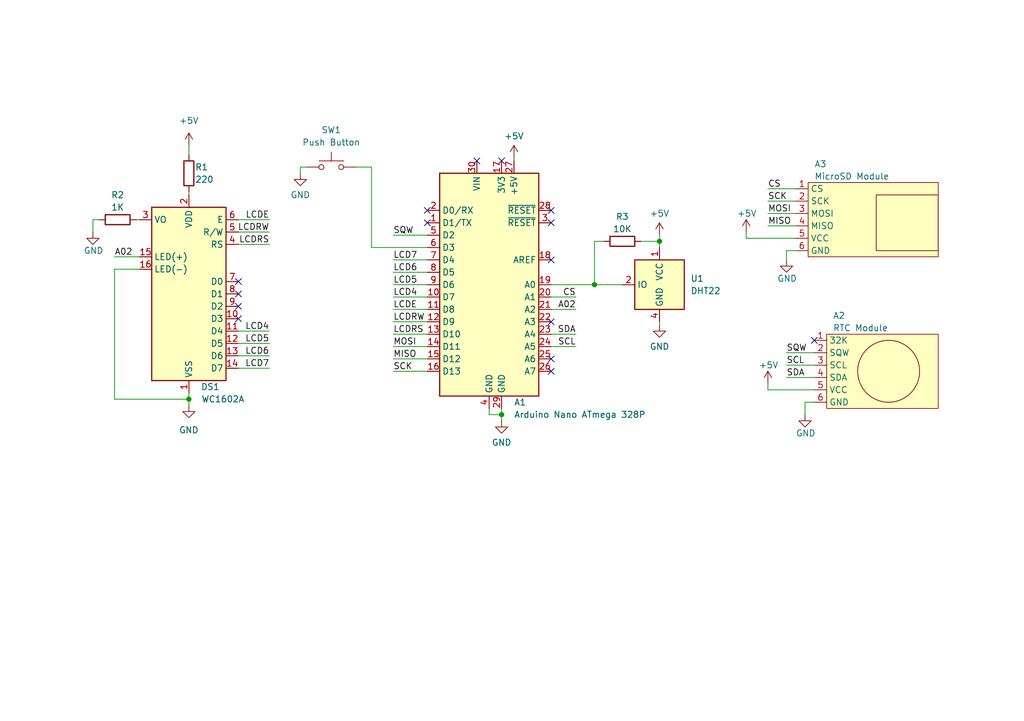
<source format=kicad_sch>
(kicad_sch (version 20230121) (generator eeschema)
  (paper "A5")
  (title_block (title "Prototipo datalogger con Arduino") (date "2023-12-02") (rev "0.1") (company "Lab. Biología de los Artrópodos - FaCENA - UNNE") (comment 1 "Autor/es: Lucas J. Mina, Dario D. Larrea y Miryam P. Damborsky"))
  (lib_symbols
    (symbol "Custom_Modules:MicroSD_Module"
      (property "Reference" "A" (at 3.81 2.54 0))
      (property "Value" "MicroSD Module" (at 21.59 2.54 0))
      (symbol "MicroSD_Module_0_0"
        (pin bidirectional line (at 0 0 0) (length 2.54) (name "CS") (number "1"))
        (pin bidirectional line (at 0 -2.54 0) (length 2.54) (name "SCK") (number "2"))
        (pin bidirectional line (at 0 -5.08 0) (length 2.54) (name "MOSI") (number "3"))
        (pin bidirectional line (at 0 -7.62 0) (length 2.54) (name "MISO") (number "4"))
        (pin power_in line (at 0 -10.16 0) (length 2.54) (name "VCC") (number "5"))
        (pin power_in line (at 0 -12.7 0) (length 2.54) (name "GND") (number "6"))
      )
      (symbol "MicroSD_Module_0_1"
        (rectangle (start 16.51 -1.27) (end 29.21 -12.7))
      )
      (symbol "MicroSD_Module_1_1"
        (rectangle (start 2.54 1.27) (end 29.21 -13.97) (fill (type background)))
      )
    )
    (symbol "Custom_Modules:RTCDS3231"
      (property "Reference" "A" (at 3.81 2.54 0))
      (property "Value" "RTC Module" (at 19.05 2.54 0))
      (symbol "RTCDS3231_0_0"
        (pin output line (at 0 0 0) (length 2.54) (name "32K") (number "1"))
        (pin output line (at 0 -2.54 0) (length 2.54) (name "SQW") (number "2"))
        (pin bidirectional line (at 0 -5.08 0) (length 2.54) (name "SCL") (number "3"))
        (pin bidirectional line (at 0 -7.62 0) (length 2.54) (name "SDA") (number "4"))
        (pin power_in line (at 0 -10.16 0) (length 2.54) (name "VCC") (number "5"))
        (pin power_in line (at 0 -12.7 0) (length 2.54) (name "GND") (number "6"))
      )
      (symbol "RTCDS3231_0_1"
        (circle (center 15.24 -6.35) (radius 6.35))
      )
      (symbol "RTCDS3231_1_1"
        (rectangle (start 2.54 1.27) (end 25.4 -13.97) (fill (type background)))
      )
    )
    (symbol "Device:R" (pin_numbers hide) (pin_names (offset 0))
      (property "Reference" "R" (at 2.032 0 90))
      (property "Value" "R" (at 0 0 90))
      (symbol "R_0_1"
        (rectangle (start -1.016 -2.54) (end 1.016 2.54) (stroke (width 0.254)))
      )
      (symbol "R_1_1"
        (pin passive line (at 0 3.81 270) (length 1.27) (name "~") (number "1"))
        (pin passive line (at 0 -3.81 90) (length 1.27) (name "~") (number "2"))
      )
    )
    (symbol "Display_Character:WC1602A"
      (property "Reference" "DS" (at -5.842 19.05 0))
      (property "Value" "WC1602A" (at 5.334 19.05 0))
      (symbol "WC1602A_1_1"
        (rectangle (start -7.62 17.78) (end 7.62 -17.78) (stroke (width 0.254)) (fill (type background)))
        (pin power_in line (at 0 -20.32 90) (length 2.54) (name "VSS") (number "1"))
        (pin input line (at -10.16 -5.08 0) (length 2.54) (name "D3") (number "10"))
        (pin input line (at -10.16 -7.62 0) (length 2.54) (name "D4") (number "11"))
        (pin input line (at -10.16 -10.16 0) (length 2.54) (name "D5") (number "12"))
        (pin input line (at -10.16 -12.7 0) (length 2.54) (name "D6") (number "13"))
        (pin input line (at -10.16 -15.24 0) (length 2.54) (name "D7") (number "14"))
        (pin power_in line (at 10.16 7.62 180) (length 2.54) (name "LED(+)") (number "15"))
        (pin power_in line (at 10.16 5.08 180) (length 2.54) (name "LED(-)") (number "16"))
        (pin power_in line (at 0 20.32 270) (length 2.54) (name "VDD") (number "2"))
        (pin input line (at 10.16 15.24 180) (length 2.54) (name "VO") (number "3"))
        (pin input line (at -10.16 10.16 0) (length 2.54) (name "RS") (number "4"))
        (pin input line (at -10.16 12.7 0) (length 2.54) (name "R/W") (number "5"))
        (pin input line (at -10.16 15.24 0) (length 2.54) (name "E") (number "6"))
        (pin input line (at -10.16 2.54 0) (length 2.54) (name "D0") (number "7"))
        (pin input line (at -10.16 0 0) (length 2.54) (name "D1") (number "8"))
        (pin input line (at -10.16 -2.54 0) (length 2.54) (name "D2") (number "9"))
      )
    )
    (symbol "MCU_Module:Arduino_Nano_v3.x"
      (property "Reference" "A" (at -10.16 23.495 0))
      (property "Value" "Arduino_Nano_v3.x" (at 5.08 -24.13 0))
      (symbol "Arduino_Nano_v3.x_0_1"
        (rectangle (start -10.16 22.86) (end 10.16 -22.86) (stroke (width 0.254)) (fill (type background)))
      )
      (symbol "Arduino_Nano_v3.x_1_1"
        (pin bidirectional line (at -12.7 12.7 0) (length 2.54) (name "D1/TX") (number "1"))
        (pin bidirectional line (at -12.7 -2.54 0) (length 2.54) (name "D7") (number "10"))
        (pin bidirectional line (at -12.7 -5.08 0) (length 2.54) (name "D8") (number "11"))
        (pin bidirectional line (at -12.7 -7.62 0) (length 2.54) (name "D9") (number "12"))
        (pin bidirectional line (at -12.7 -10.16 0) (length 2.54) (name "D10") (number "13"))
        (pin bidirectional line (at -12.7 -12.7 0) (length 2.54) (name "D11") (number "14"))
        (pin bidirectional line (at -12.7 -15.24 0) (length 2.54) (name "D12") (number "15"))
        (pin bidirectional line (at -12.7 -17.78 0) (length 2.54) (name "D13") (number "16"))
        (pin power_out line (at 2.54 25.4 270) (length 2.54) (name "3V3") (number "17"))
        (pin input line (at 12.7 5.08 180) (length 2.54) (name "AREF") (number "18"))
        (pin bidirectional line (at 12.7 0 180) (length 2.54) (name "A0") (number "19"))
        (pin bidirectional line (at -12.7 15.24 0) (length 2.54) (name "D0/RX") (number "2"))
        (pin bidirectional line (at 12.7 -2.54 180) (length 2.54) (name "A1") (number "20"))
        (pin bidirectional line (at 12.7 -5.08 180) (length 2.54) (name "A2") (number "21"))
        (pin bidirectional line (at 12.7 -7.62 180) (length 2.54) (name "A3") (number "22"))
        (pin bidirectional line (at 12.7 -10.16 180) (length 2.54) (name "A4") (number "23"))
        (pin bidirectional line (at 12.7 -12.7 180) (length 2.54) (name "A5") (number "24"))
        (pin bidirectional line (at 12.7 -15.24 180) (length 2.54) (name "A6") (number "25"))
        (pin bidirectional line (at 12.7 -17.78 180) (length 2.54) (name "A7") (number "26"))
        (pin power_out line (at 5.08 25.4 270) (length 2.54) (name "+5V") (number "27"))
        (pin input line (at 12.7 15.24 180) (length 2.54) (name "~{RESET}") (number "28"))
        (pin power_in line (at 2.54 -25.4 90) (length 2.54) (name "GND") (number "29"))
        (pin input line (at 12.7 12.7 180) (length 2.54) (name "~{RESET}") (number "3"))
        (pin power_in line (at -2.54 25.4 270) (length 2.54) (name "VIN") (number "30"))
        (pin power_in line (at 0 -25.4 90) (length 2.54) (name "GND") (number "4"))
        (pin bidirectional line (at -12.7 10.16 0) (length 2.54) (name "D2") (number "5"))
        (pin bidirectional line (at -12.7 7.62 0) (length 2.54) (name "D3") (number "6"))
        (pin bidirectional line (at -12.7 5.08 0) (length 2.54) (name "D4") (number "7"))
        (pin bidirectional line (at -12.7 2.54 0) (length 2.54) (name "D5") (number "8"))
        (pin bidirectional line (at -12.7 0 0) (length 2.54) (name "D6") (number "9"))
      )
    )
    (symbol "Sensor:DHT11"
      (property "Reference" "U" (at -3.81 6.35 0))
      (property "Value" "DHT11" (at 3.81 6.35 0))
      (symbol "DHT11_0_1"
        (rectangle (start -5.08 5.08) (end 5.08 -5.08) (stroke (width 0.254)) (fill (type background)))
      )
      (symbol "DHT11_1_1"
        (pin power_in line (at 0 7.62 270) (length 2.54) (name "VCC") (number "1"))
        (pin bidirectional line (at 7.62 0 180) (length 2.54) (name "IO") (number "2"))
        (pin no_connect line (at -5.08 0 0) (length 2.54) hide (name "NC") (number "3"))
        (pin power_in line (at 0 -7.62 90) (length 2.54) (name "GND") (number "4"))
      )
    )
    (symbol "Switch:SW_Push" (pin_numbers hide) (pin_names (offset 1.016) hide)
      (property "Reference" "SW" (at 1.27 2.54 0))
      (property "Value" "SW_Push" (at 0 -1.524 0))
      (symbol "SW_Push_0_1"
        (circle (center -2.032 0) (radius 0.508))
        (polyline (pts (xy 0 1.27) (xy 0 3.048)))
        (polyline (pts (xy 2.54 1.27) (xy -2.54 1.27)))
        (circle (center 2.032 0) (radius 0.508))
        (pin passive line (at -5.08 0 0) (length 2.54) (name "1") (number "1"))
        (pin passive line (at 5.08 0 180) (length 2.54) (name "2") (number "2"))
      )
    )
    (symbol "power:+5V" (power) (pin_names (offset 0))
      (property "Value" "+5V" (at 0 3.556 0))
      (symbol "+5V_0_1"
        (polyline (pts (xy -0.762 1.27) (xy 0 2.54)))
        (polyline (pts (xy 0 0) (xy 0 2.54)))
        (polyline (pts (xy 0 2.54) (xy 0.762 1.27)))
      )
      (symbol "+5V_1_1"
        (pin power_in line (at 0 0 90) (length 0) hide (name "+5V") (number "1"))
      )
    )
    (symbol "power:GND" (power) (pin_names (offset 0))
      (property "Value" "GND" (at 0 -3.81 0))
      (symbol "GND_0_1"
        (polyline (pts (xy 0 0) (xy 0 -1.27) (xy 1.27 -1.27) (xy 0 -2.54) (xy -1.27 -1.27) (xy 0 -1.27)))
      )
      (symbol "GND_1_1"
        (pin power_in line (at 0 0 270) (length 0) hide (name "GND") (number "1"))
      )
    )
  )
  (junction (at 121.92 58.42))
  (junction (at 38.735 81.915))
  (junction (at 102.87 85.09))
  (junction (at 135.255 49.53))
  (no_connect (at 48.895 60.325))
  (no_connect (at 113.03 53.34))
  (no_connect (at 87.63 45.72))
  (no_connect (at 48.895 65.405))
  (no_connect (at 113.03 45.72))
  (no_connect (at 48.895 62.865))
  (no_connect (at 113.03 43.18))
  (no_connect (at 113.03 76.2))
  (no_connect (at 167.005 69.85))
  (no_connect (at 113.03 73.66))
  (no_connect (at 48.895 57.785))
  (no_connect (at 87.63 43.18))
  (no_connect (at 97.79 33.02))
  (no_connect (at 113.03 66.04))
  (no_connect (at 102.87 33.02))
  (wire (pts (xy 48.895 47.625) (xy 55.245 47.625)))
  (wire (pts (xy 157.48 43.815) (xy 163.195 43.815)))
  (wire (pts (xy 161.29 74.93) (xy 167.005 74.93)))
  (wire (pts (xy 23.495 52.705) (xy 28.575 52.705)))
  (wire (pts (xy 80.645 71.12) (xy 87.63 71.12)))
  (wire (pts (xy 157.48 38.735) (xy 163.195 38.735)))
  (wire (pts (xy 113.03 63.5) (xy 118.11 63.5)))
  (wire (pts (xy 38.735 39.37) (xy 38.735 40.005)))
  (wire (pts (xy 61.595 34.29) (xy 62.865 34.29)))
  (wire (pts (xy 76.2 50.8) (xy 76.2 34.29)))
  (wire (pts (xy 19.05 45.085) (xy 20.32 45.085)))
  (wire (pts (xy 48.895 67.945) (xy 55.245 67.945)))
  (wire (pts (xy 80.645 66.04) (xy 87.63 66.04)))
  (wire (pts (xy 135.255 49.53) (xy 135.255 50.8)))
  (wire (pts (xy 165.1 82.55) (xy 167.005 82.55)))
  (wire (pts (xy 157.48 46.355) (xy 163.195 46.355)))
  (wire (pts (xy 80.645 63.5) (xy 87.63 63.5)))
  (wire (pts (xy 27.94 45.085) (xy 28.575 45.085)))
  (wire (pts (xy 80.645 73.66) (xy 87.63 73.66)))
  (wire (pts (xy 161.29 53.34) (xy 161.29 51.435)))
  (wire (pts (xy 48.895 75.565) (xy 55.245 75.565)))
  (wire (pts (xy 80.645 53.34) (xy 87.63 53.34)))
  (wire (pts (xy 121.92 49.53) (xy 123.825 49.53)))
  (wire (pts (xy 153.035 47.625) (xy 153.035 48.895)))
  (wire (pts (xy 80.645 58.42) (xy 87.63 58.42)))
  (wire (pts (xy 48.895 45.085) (xy 55.245 45.085)))
  (wire (pts (xy 38.735 83.185) (xy 38.735 81.915)))
  (wire (pts (xy 87.63 50.8) (xy 76.2 50.8)))
  (wire (pts (xy 157.48 41.275) (xy 163.195 41.275)))
  (wire (pts (xy 80.645 68.58) (xy 87.63 68.58)))
  (wire (pts (xy 131.445 49.53) (xy 135.255 49.53)))
  (wire (pts (xy 19.05 47.625) (xy 19.05 45.085)))
  (wire (pts (xy 161.29 51.435) (xy 163.195 51.435)))
  (wire (pts (xy 161.29 77.47) (xy 167.005 77.47)))
  (wire (pts (xy 121.92 58.42) (xy 127.635 58.42)))
  (wire (pts (xy 80.645 76.2) (xy 87.63 76.2)))
  (wire (pts (xy 48.895 70.485) (xy 55.245 70.485)))
  (wire (pts (xy 105.41 32.385) (xy 105.41 33.02)))
  (wire (pts (xy 135.255 66.675) (xy 135.255 66.04)))
  (wire (pts (xy 28.575 55.245) (xy 23.495 55.245)))
  (wire (pts (xy 38.735 81.915) (xy 38.735 80.645)))
  (wire (pts (xy 23.495 55.245) (xy 23.495 81.915)))
  (wire (pts (xy 135.255 48.26) (xy 135.255 49.53)))
  (wire (pts (xy 102.87 86.36) (xy 102.87 85.09)))
  (wire (pts (xy 100.33 83.82) (xy 100.33 85.09)))
  (wire (pts (xy 23.495 81.915) (xy 38.735 81.915)))
  (wire (pts (xy 161.29 72.39) (xy 167.005 72.39)))
  (wire (pts (xy 80.645 48.26) (xy 87.63 48.26)))
  (wire (pts (xy 157.48 80.01) (xy 167.005 80.01)))
  (wire (pts (xy 113.03 58.42) (xy 121.92 58.42)))
  (wire (pts (xy 80.645 55.88) (xy 87.63 55.88)))
  (wire (pts (xy 48.895 50.165) (xy 55.245 50.165)))
  (wire (pts (xy 48.895 73.025) (xy 55.245 73.025)))
  (wire (pts (xy 153.035 48.895) (xy 163.195 48.895)))
  (wire (pts (xy 113.03 71.12) (xy 118.11 71.12)))
  (wire (pts (xy 38.735 29.845) (xy 38.735 31.75)))
  (wire (pts (xy 76.2 34.29) (xy 73.025 34.29)))
  (wire (pts (xy 157.48 80.01) (xy 157.48 78.74)))
  (wire (pts (xy 61.595 35.56) (xy 61.595 34.29)))
  (wire (pts (xy 121.92 49.53) (xy 121.92 58.42)))
  (wire (pts (xy 113.03 60.96) (xy 118.11 60.96)))
  (wire (pts (xy 80.645 60.96) (xy 87.63 60.96)))
  (wire (pts (xy 100.33 85.09) (xy 102.87 85.09)))
  (wire (pts (xy 165.1 85.09) (xy 165.1 82.55)))
  (wire (pts (xy 113.03 68.58) (xy 118.11 68.58)))
  (wire (pts (xy 102.87 85.09) (xy 102.87 83.82)))
  (label "SCK" (at 80.645 76.2 0))
  (label "LCD6" (at 80.645 55.88 0))
  (label "MOSI" (at 157.48 43.815 0))
  (label "CS" (at 157.48 38.735 0))
  (label "SCK" (at 157.48 41.275 0))
  (label "LCD5" (at 55.245 70.485 180))
  (label "LCD7" (at 80.645 53.34 0))
  (label "LCD4" (at 55.245 67.945 180))
  (label "SCL" (at 118.11 71.12 180))
  (label "LCDE" (at 55.245 45.085 180))
  (label "LCDE" (at 80.645 63.5 0))
  (label "LCDRS" (at 55.245 50.165 180))
  (label "SCL" (at 161.29 74.93 0))
  (label "A02" (at 118.11 63.5 180))
  (label "MISO" (at 157.48 46.355 0))
  (label "A02" (at 23.495 52.705 0))
  (label "MISO" (at 80.645 73.66 0))
  (label "LCD6" (at 55.245 73.025 180))
  (label "LCDRS" (at 80.645 68.58 0))
  (label "MOSI" (at 80.645 71.12 0))
  (label "LCD4" (at 80.645 60.96 0))
  (label "LCDRW" (at 55.245 47.625 180))
  (label "CS" (at 118.11 60.96 180))
  (label "SDA" (at 161.29 77.47 0))
  (label "SQW" (at 80.645 48.26 0))
  (label "LCDRW" (at 80.645 66.04 0))
  (label "SDA" (at 118.11 68.58 180))
  (label "LCD7" (at 55.245 75.565 180))
  (label "LCD5" (at 80.645 58.42 0))
  (label "SQW" (at 161.29 72.39 0))
  (symbol (lib_id "power:GND") (at 61.595 35.56 0) (unit 1)
    (property "Reference" "#PWR05" (effects hide))
    (property "Value" "GND" (at 61.595 40.005 0))
  )
  (symbol (lib_id "MCU_Module:Arduino_Nano_v3.x") (at 100.33 58.42 0) (unit 1)
    (property "Reference" "A1" (at 105.41 82.55 0) (effects (justify left)))
    (property "Value" "Arduino Nano ATmega 328P" (at 105.41 85.09 0) (effects (justify left)))
    (property "Footprint" "Module:Arduino_Nano" (effects hide))
    (property "Datasheet" "http://www.mouser.com/pdfdocs/Gravitech_Arduino_Nano3_0.pdf" (effects hide))
  )
  (symbol (lib_id "power:GND") (at 19.05 47.625 0) (unit 1)
    (property "Reference" "#PWR012" (effects hide))
    (property "Value" "GND" (at 17.145 51.435 0) (effects (justify left)))
  )
  (symbol (lib_id "Device:R") (at 24.13 45.085 90) (unit 1)
    (property "Reference" "R2" (at 24.13 40.005 90))
    (property "Value" "1K" (at 24.13 42.545 90))
    (property "Footprint" "Resistor_THT:R_Axial_DIN0207_L6.3mm_D2.5mm_P7.62mm_Horizontal" (effects hide))
  )
  (symbol (lib_id "power:+5V") (at 157.48 78.74 0) (unit 1)
    (property "Reference" "#PWR010" (effects hide))
    (property "Value" "+5V" (at 155.575 74.93 0) (effects (justify left)))
  )
  (symbol (lib_id "power:GND") (at 102.87 86.36 0) (unit 1)
    (property "Reference" "#PWR02" (effects hide))
    (property "Value" "GND" (at 102.87 90.805 0))
  )
  (symbol (lib_id "power:GND") (at 165.1 85.09 0) (unit 1)
    (property "Reference" "#PWR011" (effects hide))
    (property "Value" "GND" (at 163.195 88.9 0) (effects (justify left)))
  )
  (symbol (lib_id "power:+5V") (at 105.41 32.385 0) (unit 1)
    (property "Reference" "#PWR01" (effects hide))
    (property "Value" "+5V" (at 105.41 27.94 0))
  )
  (symbol (lib_id "Device:R") (at 38.735 35.56 0) (unit 1)
    (property "Reference" "R1" (at 40.005 34.29 0) (effects (justify left)))
    (property "Value" "220" (at 40.005 36.83 0) (effects (justify left)))
    (property "Footprint" "Resistor_THT:R_Axial_DIN0207_L6.3mm_D2.5mm_P7.62mm_Horizontal" (effects hide))
  )
  (symbol (lib_id "power:GND") (at 135.255 66.675 0) (mirror y) (unit 1)
    (property "Reference" "#PWR07" (effects hide))
    (property "Value" "GND" (at 135.255 71.12 0))
  )
  (symbol (lib_id "Sensor:DHT11") (at 135.255 58.42 0) (mirror y) (unit 1) (on_board no)
    (property "Reference" "U1" (at 141.605 57.15 0) (effects (justify right)))
    (property "Value" "DHT22" (at 141.605 59.69 0) (effects (justify right)))
    (property "Footprint" "Sensor:Aosong_DHT11_5.5x12.0_P2.54mm" (effects hide))
    (property "Datasheet" "http://akizukidenshi.com/download/ds/aosong/DHT11.pdf" (effects hide))
  )
  (symbol (lib_id "power:+5V") (at 38.735 29.845 0) (unit 1)
    (property "Reference" "#PWR04" (effects hide))
    (property "Value" "+5V" (at 38.735 24.765 0))
  )
  (symbol (lib_id "Custom_Modules:RTCDS3231") (at 167.005 69.85 0) (unit 1)
    (property "Reference" "A2" (at 170.815 64.77 0) (effects (justify left)))
    (property "Value" "RTC Module" (at 170.815 67.31 0) (effects (justify left)))
  )
  (symbol (lib_id "power:GND") (at 161.29 53.34 0) (mirror y) (unit 1)
    (property "Reference" "#PWR08" (effects hide))
    (property "Value" "GND" (at 159.385 57.15 0) (effects (justify right)))
  )
  (symbol (lib_id "Device:R") (at 127.635 49.53 270) (mirror x) (unit 1)
    (property "Reference" "R3" (at 127.635 44.45 90))
    (property "Value" "10K" (at 127.635 46.99 90))
    (property "Footprint" "Resistor_THT:R_Axial_DIN0207_L6.3mm_D2.5mm_P7.62mm_Horizontal" (effects hide))
  )
  (symbol (lib_id "power:GND") (at 38.735 83.185 0) (unit 1)
    (property "Reference" "#PWR03" (effects hide))
    (property "Value" "GND" (at 38.735 88.265 0))
  )
  (symbol (lib_id "Custom_Modules:MicroSD_Module") (at 163.195 38.735 0) (unit 1)
    (property "Reference" "A3" (at 167.005 33.655 0) (effects (justify left)))
    (property "Value" "MicroSD Module" (at 167.005 36.195 0) (effects (justify left)))
  )
  (symbol (lib_id "Switch:SW_Push") (at 67.945 34.29 0) (unit 1)
    (property "Reference" "SW1" (at 67.945 26.67 0))
    (property "Value" "Push Button" (at 67.945 29.21 0))
    (property "Footprint" "Button_Switch_THT:SW_PUSH-12mm" (effects hide))
  )
  (symbol (lib_id "Display_Character:WC1602A") (at 38.735 60.325 0) (mirror y) (unit 1)
    (property "Reference" "DS1" (at 45.085 79.375 0) (effects (justify left)))
    (property "Value" "WC1602A" (at 50.165 81.915 0) (effects (justify left)))
    (property "Footprint" "Display:WC1602A" (effects hide))
    (property "Datasheet" "http://www.wincomlcd.com/pdf/WC1602A-SFYLYHTC06.pdf" (effects hide))
  )
  (symbol (lib_id "power:+5V") (at 153.035 47.625 0) (mirror y) (unit 1)
    (property "Reference" "#PWR09" (effects hide))
    (property "Value" "+5V" (at 151.13 43.815 0) (effects (justify right)))
  )
  (symbol (lib_id "power:+5V") (at 135.255 48.26 0) (mirror y) (unit 1)
    (property "Reference" "#PWR06" (effects hide))
    (property "Value" "+5V" (at 135.255 43.815 0))
  )
)
</source>
